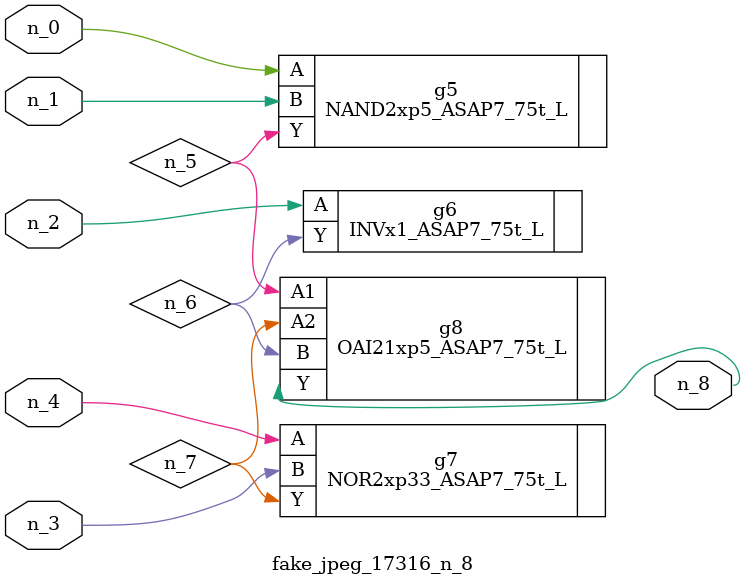
<source format=v>
module fake_jpeg_17316_n_8 (n_3, n_2, n_1, n_0, n_4, n_8);

input n_3;
input n_2;
input n_1;
input n_0;
input n_4;

output n_8;

wire n_6;
wire n_5;
wire n_7;

NAND2xp5_ASAP7_75t_L g5 ( 
.A(n_0),
.B(n_1),
.Y(n_5)
);

INVx1_ASAP7_75t_L g6 ( 
.A(n_2),
.Y(n_6)
);

NOR2xp33_ASAP7_75t_L g7 ( 
.A(n_4),
.B(n_3),
.Y(n_7)
);

OAI21xp5_ASAP7_75t_L g8 ( 
.A1(n_5),
.A2(n_7),
.B(n_6),
.Y(n_8)
);


endmodule
</source>
